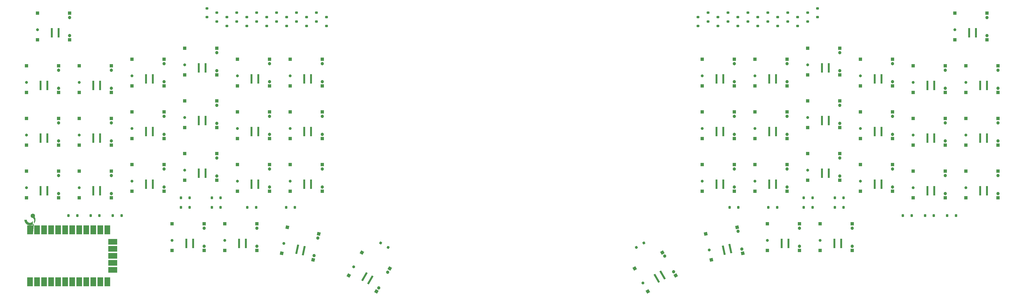
<source format=gbr>
%TF.GenerationSoftware,KiCad,Pcbnew,8.0.5*%
%TF.CreationDate,2024-10-06T00:46:39+09:00*%
%TF.ProjectId,monolith,6d6f6e6f-6c69-4746-982e-6b696361645f,rev?*%
%TF.SameCoordinates,Original*%
%TF.FileFunction,Soldermask,Top*%
%TF.FilePolarity,Negative*%
%FSLAX46Y46*%
G04 Gerber Fmt 4.6, Leading zero omitted, Abs format (unit mm)*
G04 Created by KiCad (PCBNEW 8.0.5) date 2024-10-06 00:46:39*
%MOMM*%
%LPD*%
G01*
G04 APERTURE LIST*
G04 Aperture macros list*
%AMRoundRect*
0 Rectangle with rounded corners*
0 $1 Rounding radius*
0 $2 $3 $4 $5 $6 $7 $8 $9 X,Y pos of 4 corners*
0 Add a 4 corners polygon primitive as box body*
4,1,4,$2,$3,$4,$5,$6,$7,$8,$9,$2,$3,0*
0 Add four circle primitives for the rounded corners*
1,1,$1+$1,$2,$3*
1,1,$1+$1,$4,$5*
1,1,$1+$1,$6,$7*
1,1,$1+$1,$8,$9*
0 Add four rect primitives between the rounded corners*
20,1,$1+$1,$2,$3,$4,$5,0*
20,1,$1+$1,$4,$5,$6,$7,0*
20,1,$1+$1,$6,$7,$8,$9,0*
20,1,$1+$1,$8,$9,$2,$3,0*%
%AMRotRect*
0 Rectangle, with rotation*
0 The origin of the aperture is its center*
0 $1 length*
0 $2 width*
0 $3 Rotation angle, in degrees counterclockwise*
0 Add horizontal line*
21,1,$1,$2,0,0,$3*%
%AMFreePoly0*
4,1,83,-1.265370,1.979643,-0.986535,1.918986,-0.719170,1.819264,-0.468718,1.682507,-0.240280,1.511499,-0.038501,1.309721,0.132507,1.081282,0.269264,0.830830,0.368986,0.563465,0.429643,0.284630,0.450000,0.000000,0.429643,-0.284630,0.368986,-0.563465,0.269264,-0.830830,0.132507,-1.081282,-0.038501,-1.309721,-0.240279,-1.511499,-0.468718,-1.682506,-0.719170,-1.819264,-0.986535,-1.918986,
-1.265370,-1.979643,-1.550000,-2.000000,-1.834629,-1.979643,-2.113466,-1.918986,-2.380830,-1.819264,-2.631282,-1.682507,-2.859721,-1.511499,-3.061499,-1.309721,-3.232507,-1.081282,-3.369264,-0.830830,-3.468986,-0.563465,-3.529643,-0.284630,-3.550000,0.000000,-2.654713,0.000000,-2.635903,-0.202990,-2.580114,-0.399068,-2.489246,-0.581556,-2.366393,-0.744240,-2.215738,-0.881580,-2.042413,-0.988899,
-1.852319,-1.062541,-1.651930,-1.100000,-1.448070,-1.100000,-1.247681,-1.062541,-1.057587,-0.988899,-0.884262,-0.881580,-0.733607,-0.744240,-0.610754,-0.581556,-0.519886,-0.399068,-0.464097,-0.202990,-0.447134,-0.019933,-0.450000,0.000000,-0.447134,0.019933,-0.464097,0.202990,-0.519886,0.399068,-0.610754,0.581556,-0.733607,0.744240,-0.884262,0.881580,-1.057587,0.988899,-1.247681,1.062541,
-1.448070,1.100000,-1.651930,1.100001,-1.852319,1.062541,-2.042413,0.988899,-2.215738,0.881580,-2.366393,0.744240,-2.489246,0.581556,-2.580114,0.399068,-2.635903,0.202990,-2.654713,0.000000,-3.550000,0.000000,-3.529643,0.284630,-3.468986,0.563465,-3.369264,0.830830,-3.232507,1.081282,-3.061499,1.309721,-2.859721,1.511499,-2.631282,1.682507,-2.380830,1.819264,-2.113465,1.918986,
-1.834630,1.979643,-1.550000,2.000000,-1.265370,1.979643,-1.265370,1.979643,$1*%
G04 Aperture macros list end*
%ADD10RoundRect,0.225000X-0.250000X0.225000X-0.250000X-0.225000X0.250000X-0.225000X0.250000X0.225000X0*%
%ADD11RoundRect,0.225000X0.225000X0.250000X-0.225000X0.250000X-0.225000X-0.250000X0.225000X-0.250000X0*%
%ADD12RotRect,1.200000X1.200000X12.000000*%
%ADD13C,1.050000*%
%ADD14C,1.200000*%
%ADD15RotRect,0.700000X3.400000X12.000000*%
%ADD16R,1.200000X1.200000*%
%ADD17R,0.700000X3.400000*%
%ADD18RoundRect,0.225000X-0.225000X-0.250000X0.225000X-0.250000X0.225000X0.250000X-0.225000X0.250000X0*%
%ADD19RotRect,1.200000X1.200000X330.000000*%
%ADD20RotRect,0.700000X3.400000X330.000000*%
%ADD21RotRect,1.200000X1.200000X30.000000*%
%ADD22RotRect,0.700000X3.400000X30.000000*%
%ADD23RoundRect,0.225000X-0.319856X-0.104006X0.069856X-0.329006X0.319856X0.104006X-0.069856X0.329006X0*%
%ADD24RotRect,1.200000X1.200000X348.000000*%
%ADD25RotRect,0.700000X3.400000X348.000000*%
%ADD26C,1.600000*%
%ADD27FreePoly0,290.000000*%
%ADD28R,2.000000X3.250000*%
%ADD29R,3.250000X2.000000*%
%ADD30RoundRect,0.225000X0.069856X0.329006X-0.319856X0.104006X-0.069856X-0.329006X0.319856X-0.104006X0*%
G04 APERTURE END LIST*
D10*
%TO.C,D30*%
X279410000Y-85025000D03*
X279410000Y-88175000D03*
%TD*%
%TO.C,D3*%
X109200000Y-85025000D03*
X109200000Y-88175000D03*
%TD*%
%TO.C,D31*%
X311810000Y-86625001D03*
X311810000Y-89775001D03*
%TD*%
%TO.C,D4*%
X116400000Y-85025000D03*
X116400000Y-88175000D03*
%TD*%
D11*
%TO.C,D39*%
X352985000Y-158400000D03*
X349835000Y-158400000D03*
%TD*%
D10*
%TO.C,D28*%
X293810000Y-85025000D03*
X293810000Y-88175000D03*
%TD*%
D12*
%TO.C,SW45*%
X278623768Y-165010779D03*
D13*
X279871238Y-170879665D03*
D12*
X280619720Y-174400996D03*
X289970280Y-162599004D03*
D14*
X290290464Y-164105351D03*
X291646048Y-170482873D03*
D12*
X291966232Y-171989221D03*
D15*
X285137401Y-170884882D03*
X287533864Y-170375498D03*
%TD*%
D16*
%TO.C,SW42*%
X277360000Y-139968750D03*
D13*
X277360000Y-145968750D03*
D16*
X277360000Y-149568750D03*
X288960000Y-139968750D03*
D14*
X288960000Y-141508750D03*
X288960000Y-148028750D03*
D16*
X288960000Y-149568750D03*
D17*
X282510000Y-147068750D03*
X284960000Y-147068750D03*
%TD*%
D16*
%TO.C,SW4*%
X71300000Y-101868750D03*
D13*
X71300000Y-107868750D03*
D16*
X71300000Y-111468750D03*
X82900000Y-101868750D03*
D14*
X82900000Y-103408750D03*
X82900000Y-109928750D03*
D16*
X82900000Y-111468750D03*
D17*
X76450000Y-108968750D03*
X78900000Y-108968750D03*
%TD*%
D10*
%TO.C,D24*%
X319010000Y-83425000D03*
X319010000Y-86575000D03*
%TD*%
D18*
%TO.C,D15*%
X56425000Y-158400000D03*
X59575000Y-158400000D03*
%TD*%
D16*
%TO.C,SW9*%
X52250000Y-123300000D03*
D13*
X52250000Y-129300000D03*
D16*
X52250000Y-132900000D03*
X63850000Y-123300000D03*
D14*
X63850000Y-124840000D03*
X63850000Y-131360000D03*
D16*
X63850000Y-132900000D03*
D17*
X57400000Y-130400000D03*
X59850000Y-130400000D03*
%TD*%
D18*
%TO.C,D40*%
X325235000Y-152000000D03*
X328385000Y-152000000D03*
%TD*%
D10*
%TO.C,D29*%
X286610000Y-85025000D03*
X286610000Y-88175000D03*
%TD*%
D16*
%TO.C,SW41*%
X296410000Y-139968750D03*
D13*
X296410000Y-145968750D03*
D16*
X296410000Y-149568750D03*
X308010000Y-139968750D03*
D14*
X308010000Y-141508750D03*
X308010000Y-148028750D03*
D16*
X308010000Y-149568750D03*
D17*
X301560000Y-147068750D03*
X304010000Y-147068750D03*
%TD*%
D11*
%TO.C,D42*%
X290385000Y-155400000D03*
X287235000Y-155400000D03*
%TD*%
D16*
%TO.C,SW2*%
X33200000Y-104250000D03*
D13*
X33200000Y-110250000D03*
D16*
X33200000Y-113850000D03*
X44800000Y-104250000D03*
D14*
X44800000Y-105790000D03*
X44800000Y-112310000D03*
D16*
X44800000Y-113850000D03*
D17*
X38350000Y-111350000D03*
X40800000Y-111350000D03*
%TD*%
D16*
%TO.C,SW5*%
X90350000Y-97900000D03*
D13*
X90350000Y-103900000D03*
D16*
X90350000Y-107500000D03*
X101950000Y-97900000D03*
D14*
X101950000Y-99440000D03*
X101950000Y-105960000D03*
D16*
X101950000Y-107500000D03*
D17*
X95500000Y-105000000D03*
X97950000Y-105000000D03*
%TD*%
D10*
%TO.C,D35*%
X283010000Y-86625001D03*
X283010000Y-89775001D03*
%TD*%
%TO.C,D11*%
X127200000Y-86625000D03*
X127200000Y-89775000D03*
%TD*%
D16*
%TO.C,SW1*%
X37202500Y-85200000D03*
D13*
X37202500Y-91200000D03*
D16*
X37202500Y-94800000D03*
X48802500Y-85200000D03*
D14*
X48802500Y-86740000D03*
X48802500Y-93260000D03*
D16*
X48802500Y-94800000D03*
D17*
X42352500Y-92300000D03*
X44802500Y-92300000D03*
%TD*%
D11*
%TO.C,D18*%
X103375000Y-152000000D03*
X100225000Y-152000000D03*
%TD*%
D10*
%TO.C,D12*%
X134400000Y-86625000D03*
X134400000Y-89775000D03*
%TD*%
D16*
%TO.C,SW33*%
X334510000Y-120918750D03*
D13*
X334510000Y-126918750D03*
D16*
X334510000Y-130518750D03*
X346110000Y-120918750D03*
D14*
X346110000Y-122458750D03*
X346110000Y-128978750D03*
D16*
X346110000Y-130518750D03*
D17*
X339660000Y-128018750D03*
X342110000Y-128018750D03*
%TD*%
D16*
%TO.C,SW13*%
X128450000Y-120918750D03*
D13*
X128450000Y-126918750D03*
D16*
X128450000Y-130518750D03*
X140050000Y-120918750D03*
D14*
X140050000Y-122458750D03*
X140050000Y-128978750D03*
D16*
X140050000Y-130518750D03*
D17*
X133600000Y-128018750D03*
X136050000Y-128018750D03*
%TD*%
D10*
%TO.C,D8*%
X105600000Y-86625000D03*
X105600000Y-89775000D03*
%TD*%
%TO.C,D13*%
X141600000Y-86625000D03*
X141600000Y-89775000D03*
%TD*%
D16*
%TO.C,SW30*%
X277360000Y-101868750D03*
D13*
X277360000Y-107868750D03*
D16*
X277360000Y-111468750D03*
X288960000Y-101868750D03*
D14*
X288960000Y-103408750D03*
X288960000Y-109928750D03*
D16*
X288960000Y-111468750D03*
D17*
X282510000Y-108968750D03*
X284960000Y-108968750D03*
%TD*%
D11*
%TO.C,D14*%
X51575000Y-158400000D03*
X48425000Y-158400000D03*
%TD*%
D10*
%TO.C,D25*%
X315410000Y-85025000D03*
X315410000Y-88175000D03*
%TD*%
D18*
%TO.C,D43*%
X325235000Y-155400000D03*
X328385000Y-155400000D03*
%TD*%
D16*
%TO.C,SW6*%
X109400000Y-101868750D03*
D13*
X109400000Y-107868750D03*
D16*
X109400000Y-111468750D03*
X121000000Y-101868750D03*
D14*
X121000000Y-103408750D03*
X121000000Y-109928750D03*
D16*
X121000000Y-111468750D03*
D17*
X114550000Y-108968750D03*
X117000000Y-108968750D03*
%TD*%
D16*
%TO.C,SW28*%
X315460000Y-97900000D03*
D13*
X315460000Y-103900000D03*
D16*
X315460000Y-107500000D03*
X327060000Y-97900000D03*
D14*
X327060000Y-99440000D03*
X327060000Y-105960000D03*
D16*
X327060000Y-107500000D03*
D17*
X320610000Y-105000000D03*
X323060000Y-105000000D03*
%TD*%
D16*
%TO.C,SW11*%
X90350000Y-116950000D03*
D13*
X90350000Y-122950000D03*
D16*
X90350000Y-126550000D03*
X101950000Y-116950000D03*
D14*
X101950000Y-118490000D03*
X101950000Y-125010000D03*
D16*
X101950000Y-126550000D03*
D17*
X95500000Y-124050000D03*
X97950000Y-124050000D03*
%TD*%
D16*
%TO.C,SW39*%
X334510000Y-139968750D03*
D13*
X334510000Y-145968750D03*
D16*
X334510000Y-149568750D03*
X346110000Y-139968750D03*
D14*
X346110000Y-141508750D03*
X346110000Y-148028750D03*
D16*
X346110000Y-149568750D03*
D17*
X339660000Y-147068750D03*
X342110000Y-147068750D03*
%TD*%
D19*
%TO.C,SW23*%
X154434553Y-171743078D03*
D13*
X151434553Y-176939230D03*
D19*
X149634553Y-180056922D03*
X164480447Y-177543078D03*
D14*
X163710447Y-178876757D03*
X160450447Y-184523243D03*
D19*
X159680447Y-185856922D03*
D20*
X155344583Y-180466858D03*
X157466346Y-181691858D03*
%TD*%
D16*
%TO.C,SW7*%
X128450000Y-101868750D03*
D13*
X128450000Y-107868750D03*
D16*
X128450000Y-111468750D03*
X140050000Y-101868750D03*
D14*
X140050000Y-103408750D03*
X140050000Y-109928750D03*
D16*
X140050000Y-111468750D03*
D17*
X133600000Y-108968750D03*
X136050000Y-108968750D03*
%TD*%
D11*
%TO.C,D45*%
X304385000Y-155400000D03*
X301235000Y-155400000D03*
%TD*%
D10*
%TO.C,D33*%
X297410000Y-86625001D03*
X297410000Y-89775001D03*
%TD*%
D16*
%TO.C,SW44*%
X300910000Y-161400000D03*
D13*
X300910000Y-167400000D03*
D16*
X300910000Y-171000000D03*
X312510000Y-161400000D03*
D14*
X312510000Y-162940000D03*
X312510000Y-169460000D03*
D16*
X312510000Y-171000000D03*
D17*
X306060000Y-168500000D03*
X308510000Y-168500000D03*
%TD*%
D16*
%TO.C,SW35*%
X296410000Y-120918750D03*
D13*
X296410000Y-126918750D03*
D16*
X296410000Y-130518750D03*
X308010000Y-120918750D03*
D14*
X308010000Y-122458750D03*
X308010000Y-128978750D03*
D16*
X308010000Y-130518750D03*
D17*
X301560000Y-128018750D03*
X304010000Y-128018750D03*
%TD*%
D10*
%TO.C,D6*%
X130800000Y-85025000D03*
X130800000Y-88175000D03*
%TD*%
D16*
%TO.C,SW10*%
X71300000Y-120918750D03*
D13*
X71300000Y-126918750D03*
D16*
X71300000Y-130518750D03*
X82900000Y-120918750D03*
D14*
X82900000Y-122458750D03*
X82900000Y-128978750D03*
D16*
X82900000Y-130518750D03*
D17*
X76450000Y-128018750D03*
X78900000Y-128018750D03*
%TD*%
D16*
%TO.C,SW29*%
X296410000Y-101868750D03*
D13*
X296410000Y-107868750D03*
D16*
X296410000Y-111468750D03*
X308010000Y-101868750D03*
D14*
X308010000Y-103408750D03*
X308010000Y-109928750D03*
D16*
X308010000Y-111468750D03*
D17*
X301560000Y-108968750D03*
X304010000Y-108968750D03*
%TD*%
D16*
%TO.C,SW18*%
X109400000Y-139968750D03*
D13*
X109400000Y-145968750D03*
D16*
X109400000Y-149568750D03*
X121000000Y-139968750D03*
D14*
X121000000Y-141508750D03*
X121000000Y-148028750D03*
D16*
X121000000Y-149568750D03*
D17*
X114550000Y-147068750D03*
X117000000Y-147068750D03*
%TD*%
D16*
%TO.C,SW16*%
X71300000Y-139968750D03*
D13*
X71300000Y-145968750D03*
D16*
X71300000Y-149568750D03*
X82900000Y-139968750D03*
D14*
X82900000Y-141508750D03*
X82900000Y-148028750D03*
D16*
X82900000Y-149568750D03*
D17*
X76450000Y-147068750D03*
X78900000Y-147068750D03*
%TD*%
D10*
%TO.C,D9*%
X112800000Y-86625000D03*
X112800000Y-89775000D03*
%TD*%
%TO.C,D2*%
X102000000Y-85025000D03*
X102000000Y-88175000D03*
%TD*%
D21*
%TO.C,SW46*%
X252929553Y-177543078D03*
X257729553Y-185856922D03*
D13*
X255929554Y-182739230D03*
D21*
X262975447Y-171743078D03*
D14*
X263745447Y-173076757D03*
X267005447Y-178723243D03*
D21*
X267775447Y-180056922D03*
D22*
X260939583Y-181116858D03*
X263061346Y-179891858D03*
%TD*%
D16*
%TO.C,SW25*%
X372610000Y-104250000D03*
D13*
X372610000Y-110250000D03*
D16*
X372610000Y-113850000D03*
X384210000Y-104250000D03*
D14*
X384210000Y-105790000D03*
X384210000Y-112310000D03*
D16*
X384210000Y-113850000D03*
D17*
X377760000Y-111350000D03*
X380210000Y-111350000D03*
%TD*%
D10*
%TO.C,D34*%
X290210000Y-86625001D03*
X290210000Y-89775001D03*
%TD*%
D16*
%TO.C,SW8*%
X33200000Y-123300000D03*
D13*
X33200000Y-129300000D03*
D16*
X33200000Y-132900000D03*
X44800000Y-123300000D03*
D14*
X44800000Y-124840000D03*
X44800000Y-131360000D03*
D16*
X44800000Y-132900000D03*
D17*
X38350000Y-130400000D03*
X40800000Y-130400000D03*
%TD*%
D16*
%TO.C,SW34*%
X315460000Y-116950000D03*
D13*
X315460000Y-122950000D03*
D16*
X315460000Y-126550000D03*
X327060000Y-116950000D03*
D14*
X327060000Y-118490000D03*
X327060000Y-125010000D03*
D16*
X327060000Y-126550000D03*
D17*
X320610000Y-124050000D03*
X323060000Y-124050000D03*
%TD*%
D18*
%TO.C,D41*%
X314035000Y-152000000D03*
X317185000Y-152000000D03*
%TD*%
D23*
%TO.C,D23*%
X161136010Y-168312500D03*
X163863990Y-169887500D03*
%TD*%
D16*
%TO.C,SW31*%
X372610000Y-123300000D03*
D13*
X372610000Y-129300000D03*
D16*
X372610000Y-132900000D03*
X384210000Y-123300000D03*
D14*
X384210000Y-124840000D03*
X384210000Y-131360000D03*
D16*
X384210000Y-132900000D03*
D17*
X377760000Y-130400000D03*
X380210000Y-130400000D03*
%TD*%
D16*
%TO.C,SW21*%
X104900000Y-161400000D03*
D13*
X104900000Y-167400000D03*
D16*
X104900000Y-171000000D03*
X116500000Y-161400000D03*
D14*
X116500000Y-162940000D03*
X116500000Y-169460000D03*
D16*
X116500000Y-171000000D03*
D17*
X110050000Y-168500000D03*
X112500000Y-168500000D03*
%TD*%
D16*
%TO.C,SW36*%
X277360000Y-120918750D03*
D13*
X277360000Y-126918750D03*
D16*
X277360000Y-130518750D03*
X288960000Y-120918750D03*
D14*
X288960000Y-122458750D03*
X288960000Y-128978750D03*
D16*
X288960000Y-130518750D03*
D17*
X282510000Y-128018750D03*
X284960000Y-128018750D03*
%TD*%
D11*
%TO.C,D20*%
X92175000Y-155400000D03*
X89025000Y-155400000D03*
%TD*%
D16*
%TO.C,SW32*%
X353560000Y-123300000D03*
D13*
X353560000Y-129300000D03*
D16*
X353560000Y-132900000D03*
X365160000Y-123300000D03*
D14*
X365160000Y-124840000D03*
X365160000Y-131360000D03*
D16*
X365160000Y-132900000D03*
D17*
X358710000Y-130400000D03*
X361160000Y-130400000D03*
%TD*%
D16*
%TO.C,SW19*%
X128450000Y-139968750D03*
D13*
X128450000Y-145968750D03*
D16*
X128450000Y-149568750D03*
X140050000Y-139968750D03*
D14*
X140050000Y-141508750D03*
X140050000Y-148028750D03*
D16*
X140050000Y-149568750D03*
D17*
X133600000Y-147068750D03*
X136050000Y-147068750D03*
%TD*%
D16*
%TO.C,SW37*%
X372610000Y-142350000D03*
D13*
X372610000Y-148350000D03*
D16*
X372610000Y-151950000D03*
X384210000Y-142350000D03*
D14*
X384210000Y-143890000D03*
X384210000Y-150410000D03*
D16*
X384210000Y-151950000D03*
D17*
X377760000Y-149450000D03*
X380210000Y-149450000D03*
%TD*%
D16*
%TO.C,SW3*%
X52250000Y-104250000D03*
D13*
X52250000Y-110250000D03*
D16*
X52250000Y-113850000D03*
X63850000Y-104250000D03*
D14*
X63850000Y-105790000D03*
X63850000Y-112310000D03*
D16*
X63850000Y-113850000D03*
D17*
X57400000Y-111350000D03*
X59850000Y-111350000D03*
%TD*%
D16*
%TO.C,SW17*%
X90350000Y-136000000D03*
D13*
X90350000Y-142000000D03*
D16*
X90350000Y-145600000D03*
X101950000Y-136000000D03*
D14*
X101950000Y-137540000D03*
X101950000Y-144060000D03*
D16*
X101950000Y-145600000D03*
D17*
X95500000Y-143100000D03*
X97950000Y-143100000D03*
%TD*%
D18*
%TO.C,D19*%
X127025000Y-155400000D03*
X130175000Y-155400000D03*
%TD*%
D16*
%TO.C,SW12*%
X109400000Y-120918750D03*
D13*
X109400000Y-126918750D03*
D16*
X109400000Y-130518750D03*
X121000000Y-120918750D03*
D14*
X121000000Y-122458750D03*
X121000000Y-128978750D03*
D16*
X121000000Y-130518750D03*
D17*
X114550000Y-128018750D03*
X117000000Y-128018750D03*
%TD*%
D11*
%TO.C,D17*%
X92175000Y-152000000D03*
X89025000Y-152000000D03*
%TD*%
D16*
%TO.C,SW14*%
X33200000Y-142350000D03*
D13*
X33200000Y-148350000D03*
D16*
X33200000Y-151950000D03*
X44800000Y-142350000D03*
D14*
X44800000Y-143890000D03*
X44800000Y-150410000D03*
D16*
X44800000Y-151950000D03*
D17*
X38350000Y-149450000D03*
X40800000Y-149450000D03*
%TD*%
D10*
%TO.C,D26*%
X308210000Y-85025000D03*
X308210000Y-88175000D03*
%TD*%
D18*
%TO.C,D22*%
X113025000Y-155400000D03*
X116175000Y-155400000D03*
%TD*%
D10*
%TO.C,D32*%
X304610000Y-86625001D03*
X304610000Y-89775001D03*
%TD*%
%TO.C,D27*%
X301010000Y-85025000D03*
X301010000Y-88175000D03*
%TD*%
%TO.C,D7*%
X138000000Y-85025000D03*
X138000000Y-88175000D03*
%TD*%
D16*
%TO.C,SW15*%
X52250000Y-142350000D03*
D13*
X52250000Y-148350000D03*
D16*
X52250000Y-151950000D03*
X63850000Y-142350000D03*
D14*
X63850000Y-143890000D03*
X63850000Y-150410000D03*
D16*
X63850000Y-151950000D03*
D17*
X57400000Y-149450000D03*
X59850000Y-149450000D03*
%TD*%
D11*
%TO.C,D21*%
X103375000Y-155400000D03*
X100225000Y-155400000D03*
%TD*%
D16*
%TO.C,SW27*%
X334510000Y-101868750D03*
D13*
X334510000Y-107868750D03*
D16*
X334510000Y-111468750D03*
X346110000Y-101868750D03*
D14*
X346110000Y-103408750D03*
X346110000Y-109928750D03*
D16*
X346110000Y-111468750D03*
D17*
X339660000Y-108968750D03*
X342110000Y-108968750D03*
%TD*%
D24*
%TO.C,SW22*%
X127439720Y-162599004D03*
D13*
X126192250Y-168467889D03*
D24*
X125443768Y-171989221D03*
X138786232Y-165010779D03*
D14*
X138466048Y-166517127D03*
X137110464Y-172894649D03*
D24*
X136790280Y-174400996D03*
D25*
X131001007Y-170614597D03*
X133397469Y-171123981D03*
%TD*%
D18*
%TO.C,D16*%
X64425000Y-158400000D03*
X67575000Y-158400000D03*
%TD*%
D16*
%TO.C,SW26*%
X353560000Y-104250000D03*
D13*
X353560000Y-110250000D03*
D16*
X353560000Y-113850000D03*
X365160000Y-104250000D03*
D14*
X365160000Y-105790000D03*
X365160000Y-112310000D03*
D16*
X365160000Y-113850000D03*
D17*
X358710000Y-111350000D03*
X361160000Y-111350000D03*
%TD*%
D16*
%TO.C,SW24*%
X368607500Y-85200000D03*
D13*
X368607500Y-91200000D03*
D16*
X368607500Y-94800000D03*
X380207500Y-85200000D03*
D14*
X380207500Y-86740000D03*
X380207500Y-93260000D03*
D16*
X380207500Y-94800000D03*
D17*
X373757500Y-92300000D03*
X376207500Y-92300000D03*
%TD*%
D18*
%TO.C,D44*%
X314035000Y-155400000D03*
X317185000Y-155400000D03*
%TD*%
D26*
%TO.C,MH1*%
X35500000Y-158500000D03*
D27*
X36030133Y-159956523D03*
%TD*%
D16*
%TO.C,SW38*%
X353560000Y-142350000D03*
D13*
X353560000Y-148350000D03*
D16*
X353560000Y-151950000D03*
X365160000Y-142350000D03*
D14*
X365160000Y-143890000D03*
X365160000Y-150410000D03*
D16*
X365160000Y-151950000D03*
D17*
X358710000Y-149450000D03*
X361160000Y-149450000D03*
%TD*%
D28*
%TO.C,U1*%
X34530000Y-182398000D03*
X37070000Y-182398000D03*
X39610000Y-182398000D03*
X42150000Y-182398000D03*
X44690000Y-182398000D03*
X47230000Y-182398000D03*
X49770000Y-182398000D03*
X52310000Y-182398000D03*
X54850000Y-182398000D03*
X57390000Y-182398000D03*
X59930000Y-182398000D03*
X62470000Y-182398000D03*
X62470000Y-163602000D03*
X59930000Y-163602000D03*
X57390000Y-163602000D03*
X54850000Y-163602000D03*
X52310000Y-163602000D03*
X49770000Y-163602000D03*
X47230000Y-163602000D03*
X44690000Y-163602000D03*
X42150000Y-163602000D03*
X39610000Y-163602000D03*
X37070000Y-163602000D03*
X34530000Y-163602000D03*
D29*
X64375000Y-178080000D03*
X64375000Y-175540000D03*
X64375000Y-173000000D03*
X64375000Y-170460000D03*
X64375000Y-167920000D03*
%TD*%
D18*
%TO.C,D37*%
X365835000Y-158400000D03*
X368985000Y-158400000D03*
%TD*%
D10*
%TO.C,D1*%
X98400000Y-83425000D03*
X98400000Y-86575000D03*
%TD*%
D11*
%TO.C,D38*%
X360985000Y-158400000D03*
X357835000Y-158400000D03*
%TD*%
D16*
%TO.C,SW43*%
X319960000Y-161400000D03*
D13*
X319960000Y-167400000D03*
D16*
X319960000Y-171000000D03*
X331560000Y-161400000D03*
D14*
X331560000Y-162940000D03*
X331560000Y-169460000D03*
D16*
X331560000Y-171000000D03*
D17*
X325110000Y-168500000D03*
X327560000Y-168500000D03*
%TD*%
D30*
%TO.C,D46*%
X256273990Y-168312500D03*
X253546010Y-169887500D03*
%TD*%
D16*
%TO.C,SW40*%
X315460000Y-136000000D03*
D13*
X315460000Y-142000000D03*
D16*
X315460000Y-145600000D03*
X327060000Y-136000000D03*
D14*
X327060000Y-137540000D03*
X327060000Y-144060000D03*
D16*
X327060000Y-145600000D03*
D17*
X320610000Y-143100000D03*
X323060000Y-143100000D03*
%TD*%
D16*
%TO.C,SW20*%
X85850000Y-161400000D03*
D13*
X85850000Y-167400000D03*
D16*
X85850000Y-171000000D03*
X97450000Y-161400000D03*
D14*
X97450000Y-162940000D03*
X97450000Y-169460000D03*
D16*
X97450000Y-171000000D03*
D17*
X91000000Y-168500000D03*
X93450000Y-168500000D03*
%TD*%
D10*
%TO.C,D36*%
X275810000Y-86625001D03*
X275810000Y-89775001D03*
%TD*%
%TO.C,D5*%
X123600000Y-85025000D03*
X123600000Y-88175000D03*
%TD*%
%TO.C,D10*%
X120000000Y-86625000D03*
X120000000Y-89775000D03*
%TD*%
M02*

</source>
